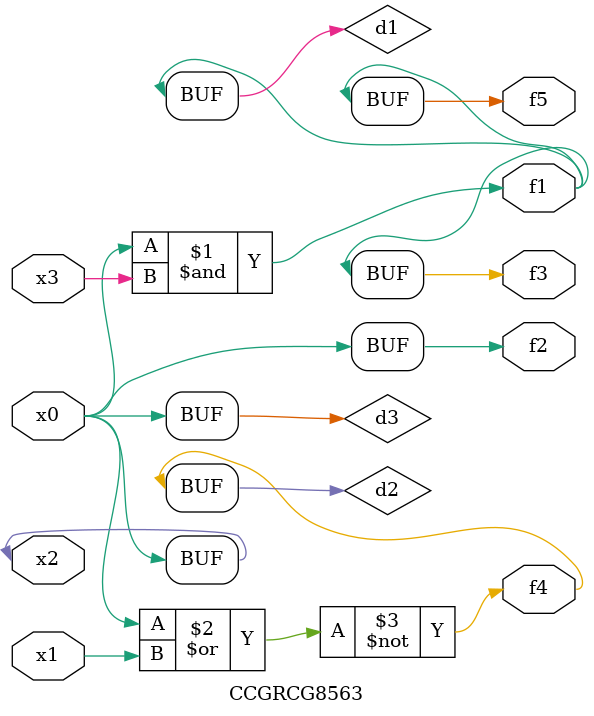
<source format=v>
module CCGRCG8563(
	input x0, x1, x2, x3,
	output f1, f2, f3, f4, f5
);

	wire d1, d2, d3;

	and (d1, x2, x3);
	nor (d2, x0, x1);
	buf (d3, x0, x2);
	assign f1 = d1;
	assign f2 = d3;
	assign f3 = d1;
	assign f4 = d2;
	assign f5 = d1;
endmodule

</source>
